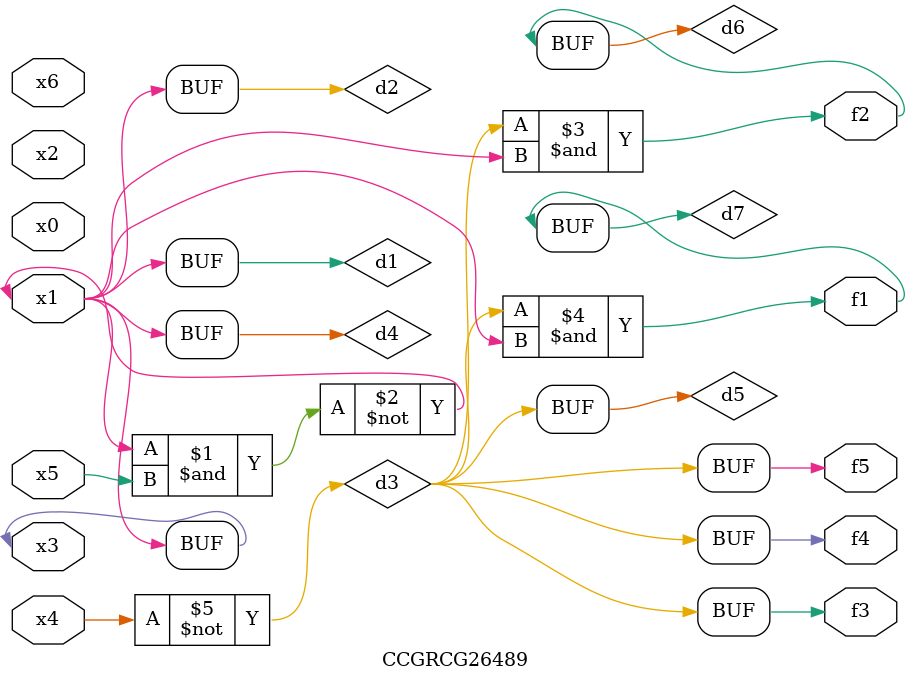
<source format=v>
module CCGRCG26489(
	input x0, x1, x2, x3, x4, x5, x6,
	output f1, f2, f3, f4, f5
);

	wire d1, d2, d3, d4, d5, d6, d7;

	buf (d1, x1, x3);
	nand (d2, x1, x5);
	not (d3, x4);
	buf (d4, d1, d2);
	buf (d5, d3);
	and (d6, d3, d4);
	and (d7, d3, d4);
	assign f1 = d7;
	assign f2 = d6;
	assign f3 = d5;
	assign f4 = d5;
	assign f5 = d5;
endmodule

</source>
